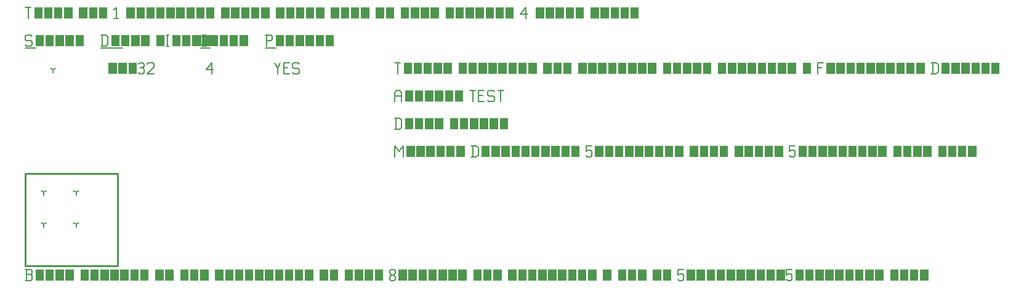
<source format=gbr>
G04 start of page 8 for group -1 layer_idx 268435461 *
G04 Title: thermals vs. multiple layer polygons, <virtual group> *
G04 Creator: <version>
G04 CreationDate: <date>
G04 For: TEST *
G04 Format: Gerber/RS-274X *
G04 PCB-Dimensions: 50000 50000 *
G04 PCB-Coordinate-Origin: lower left *
%MOIN*%
%FSLAX25Y25*%
%LNLOGICAL_VIRTUAL_FAB_NONE*%
%ADD26C,0.0100*%
%ADD25C,0.0001*%
%ADD24C,0.0060*%
%ADD23C,0.0080*%
G54D23*X10000Y40000D02*Y38400D01*
Y40000D02*X11387Y40800D01*
X10000Y40000D02*X8613Y40800D01*
X27500Y40000D02*Y38400D01*
Y40000D02*X28887Y40800D01*
X27500Y40000D02*X26113Y40800D01*
X10000Y22500D02*Y20900D01*
Y22500D02*X11387Y23300D01*
X10000Y22500D02*X8613Y23300D01*
X27500Y22500D02*Y20900D01*
Y22500D02*X28887Y23300D01*
X27500Y22500D02*X26113Y23300D01*
X15000Y106250D02*Y104650D01*
Y106250D02*X16387Y107050D01*
X15000Y106250D02*X13613Y107050D01*
G54D24*X135000Y110000D02*X136500Y107000D01*
X138000Y110000D01*
X136500Y107000D02*Y104000D01*
X139800Y107300D02*X142050D01*
X139800Y104000D02*X142800D01*
X139800Y110000D02*Y104000D01*
Y110000D02*X142800D01*
X147600D02*X148350Y109250D01*
X145350Y110000D02*X147600D01*
X144600Y109250D02*X145350Y110000D01*
X144600Y109250D02*Y107750D01*
X145350Y107000D01*
X147600D01*
X148350Y106250D01*
Y104750D01*
X147600Y104000D02*X148350Y104750D01*
X145350Y104000D02*X147600D01*
X144600Y104750D02*X145350Y104000D01*
X98000Y106250D02*X101000Y110000D01*
X98000Y106250D02*X101750D01*
X101000Y110000D02*Y104000D01*
G54D25*G36*
X45000Y110000D02*X49500D01*
Y104000D01*
X45000D01*
Y110000D01*
G37*
G36*
X50400D02*X54900D01*
Y104000D01*
X50400D01*
Y110000D01*
G37*
G36*
X55800D02*X60300D01*
Y104000D01*
X55800D01*
Y110000D01*
G37*
G54D24*X61200Y109250D02*X61950Y110000D01*
X63450D01*
X64200Y109250D01*
X63450Y104000D02*X64200Y104750D01*
X61950Y104000D02*X63450D01*
X61200Y104750D02*X61950Y104000D01*
Y107300D02*X63450D01*
X64200Y109250D02*Y108050D01*
Y106550D02*Y104750D01*
Y106550D02*X63450Y107300D01*
X64200Y108050D02*X63450Y107300D01*
X66000Y109250D02*X66750Y110000D01*
X69000D01*
X69750Y109250D01*
Y107750D01*
X66000Y104000D02*X69750Y107750D01*
X66000Y104000D02*X69750D01*
X3000Y125000D02*X3750Y124250D01*
X750Y125000D02*X3000D01*
X0Y124250D02*X750Y125000D01*
X0Y124250D02*Y122750D01*
X750Y122000D01*
X3000D01*
X3750Y121250D01*
Y119750D01*
X3000Y119000D02*X3750Y119750D01*
X750Y119000D02*X3000D01*
X0Y119750D02*X750Y119000D01*
G54D25*G36*
X5550Y125000D02*X10050D01*
Y119000D01*
X5550D01*
Y125000D01*
G37*
G36*
X10950D02*X15450D01*
Y119000D01*
X10950D01*
Y125000D01*
G37*
G36*
X16350D02*X20850D01*
Y119000D01*
X16350D01*
Y125000D01*
G37*
G36*
X21750D02*X26250D01*
Y119000D01*
X21750D01*
Y125000D01*
G37*
G36*
X27150D02*X31650D01*
Y119000D01*
X27150D01*
Y125000D01*
G37*
G54D24*X0Y118000D02*X5550D01*
X41750Y125000D02*Y119000D01*
X43700Y125000D02*X44750Y123950D01*
Y120050D01*
X43700Y119000D02*X44750Y120050D01*
X41000Y119000D02*X43700D01*
X41000Y125000D02*X43700D01*
G54D25*G36*
X46550D02*X51050D01*
Y119000D01*
X46550D01*
Y125000D01*
G37*
G36*
X51950D02*X56450D01*
Y119000D01*
X51950D01*
Y125000D01*
G37*
G36*
X57350D02*X61850D01*
Y119000D01*
X57350D01*
Y125000D01*
G37*
G36*
X62750D02*X67250D01*
Y119000D01*
X62750D01*
Y125000D01*
G37*
G36*
X70850D02*X75350D01*
Y119000D01*
X70850D01*
Y125000D01*
G37*
G54D24*X76250D02*X77750D01*
X77000D02*Y119000D01*
X76250D02*X77750D01*
G54D25*G36*
X79550Y125000D02*X84050D01*
Y119000D01*
X79550D01*
Y125000D01*
G37*
G36*
X84950D02*X89450D01*
Y119000D01*
X84950D01*
Y125000D01*
G37*
G36*
X90350D02*X94850D01*
Y119000D01*
X90350D01*
Y125000D01*
G37*
G36*
X95750D02*X100250D01*
Y119000D01*
X95750D01*
Y125000D01*
G37*
G54D24*X41000Y118000D02*X52550D01*
X96050Y119000D02*X98000D01*
X95000Y120050D02*X96050Y119000D01*
X95000Y123950D02*Y120050D01*
Y123950D02*X96050Y125000D01*
X98000D01*
G54D25*G36*
X99800D02*X104300D01*
Y119000D01*
X99800D01*
Y125000D01*
G37*
G36*
X105200D02*X109700D01*
Y119000D01*
X105200D01*
Y125000D01*
G37*
G36*
X110600D02*X115100D01*
Y119000D01*
X110600D01*
Y125000D01*
G37*
G36*
X116000D02*X120500D01*
Y119000D01*
X116000D01*
Y125000D01*
G37*
G54D24*X95000Y118000D02*X99800D01*
X130750Y125000D02*Y119000D01*
X130000Y125000D02*X133000D01*
X133750Y124250D01*
Y122750D01*
X133000Y122000D02*X133750Y122750D01*
X130750Y122000D02*X133000D01*
G54D25*G36*
X135550Y125000D02*X140050D01*
Y119000D01*
X135550D01*
Y125000D01*
G37*
G36*
X140950D02*X145450D01*
Y119000D01*
X140950D01*
Y125000D01*
G37*
G36*
X146350D02*X150850D01*
Y119000D01*
X146350D01*
Y125000D01*
G37*
G36*
X151750D02*X156250D01*
Y119000D01*
X151750D01*
Y125000D01*
G37*
G36*
X157150D02*X161650D01*
Y119000D01*
X157150D01*
Y125000D01*
G37*
G36*
X162550D02*X167050D01*
Y119000D01*
X162550D01*
Y125000D01*
G37*
G54D24*X130000Y118000D02*X135550D01*
X0Y140000D02*X3000D01*
X1500D02*Y134000D01*
G54D25*G36*
X4800Y140000D02*X9300D01*
Y134000D01*
X4800D01*
Y140000D01*
G37*
G36*
X10200D02*X14700D01*
Y134000D01*
X10200D01*
Y140000D01*
G37*
G36*
X15600D02*X20100D01*
Y134000D01*
X15600D01*
Y140000D01*
G37*
G36*
X21000D02*X25500D01*
Y134000D01*
X21000D01*
Y140000D01*
G37*
G36*
X29100D02*X33600D01*
Y134000D01*
X29100D01*
Y140000D01*
G37*
G36*
X34500D02*X39000D01*
Y134000D01*
X34500D01*
Y140000D01*
G37*
G36*
X39900D02*X44400D01*
Y134000D01*
X39900D01*
Y140000D01*
G37*
G54D24*X48000Y138800D02*X49200Y140000D01*
Y134000D01*
X48000D02*X50250D01*
G54D25*G36*
X54750Y140000D02*X59250D01*
Y134000D01*
X54750D01*
Y140000D01*
G37*
G36*
X60150D02*X64650D01*
Y134000D01*
X60150D01*
Y140000D01*
G37*
G36*
X65550D02*X70050D01*
Y134000D01*
X65550D01*
Y140000D01*
G37*
G36*
X70950D02*X75450D01*
Y134000D01*
X70950D01*
Y140000D01*
G37*
G36*
X76350D02*X80850D01*
Y134000D01*
X76350D01*
Y140000D01*
G37*
G36*
X81750D02*X86250D01*
Y134000D01*
X81750D01*
Y140000D01*
G37*
G36*
X87150D02*X91650D01*
Y134000D01*
X87150D01*
Y140000D01*
G37*
G36*
X92550D02*X97050D01*
Y134000D01*
X92550D01*
Y140000D01*
G37*
G36*
X97950D02*X102450D01*
Y134000D01*
X97950D01*
Y140000D01*
G37*
G36*
X106050D02*X110550D01*
Y134000D01*
X106050D01*
Y140000D01*
G37*
G36*
X111450D02*X115950D01*
Y134000D01*
X111450D01*
Y140000D01*
G37*
G36*
X116850D02*X121350D01*
Y134000D01*
X116850D01*
Y140000D01*
G37*
G36*
X122250D02*X126750D01*
Y134000D01*
X122250D01*
Y140000D01*
G37*
G36*
X127650D02*X132150D01*
Y134000D01*
X127650D01*
Y140000D01*
G37*
G36*
X135750D02*X140250D01*
Y134000D01*
X135750D01*
Y140000D01*
G37*
G36*
X141150D02*X145650D01*
Y134000D01*
X141150D01*
Y140000D01*
G37*
G36*
X146550D02*X151050D01*
Y134000D01*
X146550D01*
Y140000D01*
G37*
G36*
X151950D02*X156450D01*
Y134000D01*
X151950D01*
Y140000D01*
G37*
G36*
X157350D02*X161850D01*
Y134000D01*
X157350D01*
Y140000D01*
G37*
G36*
X165450D02*X169950D01*
Y134000D01*
X165450D01*
Y140000D01*
G37*
G36*
X170850D02*X175350D01*
Y134000D01*
X170850D01*
Y140000D01*
G37*
G36*
X176250D02*X180750D01*
Y134000D01*
X176250D01*
Y140000D01*
G37*
G36*
X181650D02*X186150D01*
Y134000D01*
X181650D01*
Y140000D01*
G37*
G36*
X189750D02*X194250D01*
Y134000D01*
X189750D01*
Y140000D01*
G37*
G36*
X195150D02*X199650D01*
Y134000D01*
X195150D01*
Y140000D01*
G37*
G36*
X203250D02*X207750D01*
Y134000D01*
X203250D01*
Y140000D01*
G37*
G36*
X208650D02*X213150D01*
Y134000D01*
X208650D01*
Y140000D01*
G37*
G36*
X214050D02*X218550D01*
Y134000D01*
X214050D01*
Y140000D01*
G37*
G36*
X219450D02*X223950D01*
Y134000D01*
X219450D01*
Y140000D01*
G37*
G36*
X227550D02*X232050D01*
Y134000D01*
X227550D01*
Y140000D01*
G37*
G36*
X232950D02*X237450D01*
Y134000D01*
X232950D01*
Y140000D01*
G37*
G36*
X238350D02*X242850D01*
Y134000D01*
X238350D01*
Y140000D01*
G37*
G36*
X243750D02*X248250D01*
Y134000D01*
X243750D01*
Y140000D01*
G37*
G36*
X249150D02*X253650D01*
Y134000D01*
X249150D01*
Y140000D01*
G37*
G36*
X254550D02*X259050D01*
Y134000D01*
X254550D01*
Y140000D01*
G37*
G36*
X259950D02*X264450D01*
Y134000D01*
X259950D01*
Y140000D01*
G37*
G54D24*X268050Y136250D02*X271050Y140000D01*
X268050Y136250D02*X271800D01*
X271050Y140000D02*Y134000D01*
G54D25*G36*
X276300Y140000D02*X280800D01*
Y134000D01*
X276300D01*
Y140000D01*
G37*
G36*
X281700D02*X286200D01*
Y134000D01*
X281700D01*
Y140000D01*
G37*
G36*
X287100D02*X291600D01*
Y134000D01*
X287100D01*
Y140000D01*
G37*
G36*
X292500D02*X297000D01*
Y134000D01*
X292500D01*
Y140000D01*
G37*
G36*
X297900D02*X302400D01*
Y134000D01*
X297900D01*
Y140000D01*
G37*
G36*
X306000D02*X310500D01*
Y134000D01*
X306000D01*
Y140000D01*
G37*
G36*
X311400D02*X315900D01*
Y134000D01*
X311400D01*
Y140000D01*
G37*
G36*
X316800D02*X321300D01*
Y134000D01*
X316800D01*
Y140000D01*
G37*
G36*
X322200D02*X326700D01*
Y134000D01*
X322200D01*
Y140000D01*
G37*
G36*
X327600D02*X332100D01*
Y134000D01*
X327600D01*
Y140000D01*
G37*
G54D26*X0Y50000D02*X50000D01*
X0D02*Y0D01*
X50000Y50000D02*Y0D01*
X0D02*X50000D01*
G54D24*X200000Y65000D02*Y59000D01*
Y65000D02*X202250Y62000D01*
X204500Y65000D01*
Y59000D01*
G54D25*G36*
X206300Y65000D02*X210800D01*
Y59000D01*
X206300D01*
Y65000D01*
G37*
G36*
X211700D02*X216200D01*
Y59000D01*
X211700D01*
Y65000D01*
G37*
G36*
X217100D02*X221600D01*
Y59000D01*
X217100D01*
Y65000D01*
G37*
G36*
X222500D02*X227000D01*
Y59000D01*
X222500D01*
Y65000D01*
G37*
G36*
X227900D02*X232400D01*
Y59000D01*
X227900D01*
Y65000D01*
G37*
G36*
X233300D02*X237800D01*
Y59000D01*
X233300D01*
Y65000D01*
G37*
G54D24*X242150D02*Y59000D01*
X244100Y65000D02*X245150Y63950D01*
Y60050D01*
X244100Y59000D02*X245150Y60050D01*
X241400Y59000D02*X244100D01*
X241400Y65000D02*X244100D01*
G54D25*G36*
X246950D02*X251450D01*
Y59000D01*
X246950D01*
Y65000D01*
G37*
G36*
X252350D02*X256850D01*
Y59000D01*
X252350D01*
Y65000D01*
G37*
G36*
X257750D02*X262250D01*
Y59000D01*
X257750D01*
Y65000D01*
G37*
G36*
X263150D02*X267650D01*
Y59000D01*
X263150D01*
Y65000D01*
G37*
G36*
X268550D02*X273050D01*
Y59000D01*
X268550D01*
Y65000D01*
G37*
G36*
X273950D02*X278450D01*
Y59000D01*
X273950D01*
Y65000D01*
G37*
G36*
X279350D02*X283850D01*
Y59000D01*
X279350D01*
Y65000D01*
G37*
G36*
X284750D02*X289250D01*
Y59000D01*
X284750D01*
Y65000D01*
G37*
G36*
X290150D02*X294650D01*
Y59000D01*
X290150D01*
Y65000D01*
G37*
G36*
X295550D02*X300050D01*
Y59000D01*
X295550D01*
Y65000D01*
G37*
G54D24*X303650D02*X306650D01*
X303650D02*Y62000D01*
X304400Y62750D01*
X305900D01*
X306650Y62000D01*
Y59750D01*
X305900Y59000D02*X306650Y59750D01*
X304400Y59000D02*X305900D01*
X303650Y59750D02*X304400Y59000D01*
G54D25*G36*
X308450Y65000D02*X312950D01*
Y59000D01*
X308450D01*
Y65000D01*
G37*
G36*
X313850D02*X318350D01*
Y59000D01*
X313850D01*
Y65000D01*
G37*
G36*
X319250D02*X323750D01*
Y59000D01*
X319250D01*
Y65000D01*
G37*
G36*
X324650D02*X329150D01*
Y59000D01*
X324650D01*
Y65000D01*
G37*
G36*
X330050D02*X334550D01*
Y59000D01*
X330050D01*
Y65000D01*
G37*
G36*
X335450D02*X339950D01*
Y59000D01*
X335450D01*
Y65000D01*
G37*
G36*
X340850D02*X345350D01*
Y59000D01*
X340850D01*
Y65000D01*
G37*
G36*
X346250D02*X350750D01*
Y59000D01*
X346250D01*
Y65000D01*
G37*
G36*
X351650D02*X356150D01*
Y59000D01*
X351650D01*
Y65000D01*
G37*
G36*
X359750D02*X364250D01*
Y59000D01*
X359750D01*
Y65000D01*
G37*
G36*
X365150D02*X369650D01*
Y59000D01*
X365150D01*
Y65000D01*
G37*
G36*
X370550D02*X375050D01*
Y59000D01*
X370550D01*
Y65000D01*
G37*
G36*
X375950D02*X380450D01*
Y59000D01*
X375950D01*
Y65000D01*
G37*
G36*
X384050D02*X388550D01*
Y59000D01*
X384050D01*
Y65000D01*
G37*
G36*
X389450D02*X393950D01*
Y59000D01*
X389450D01*
Y65000D01*
G37*
G36*
X394850D02*X399350D01*
Y59000D01*
X394850D01*
Y65000D01*
G37*
G36*
X400250D02*X404750D01*
Y59000D01*
X400250D01*
Y65000D01*
G37*
G36*
X405650D02*X410150D01*
Y59000D01*
X405650D01*
Y65000D01*
G37*
G54D24*X413750D02*X416750D01*
X413750D02*Y62000D01*
X414500Y62750D01*
X416000D01*
X416750Y62000D01*
Y59750D01*
X416000Y59000D02*X416750Y59750D01*
X414500Y59000D02*X416000D01*
X413750Y59750D02*X414500Y59000D01*
G54D25*G36*
X418550Y65000D02*X423050D01*
Y59000D01*
X418550D01*
Y65000D01*
G37*
G36*
X423950D02*X428450D01*
Y59000D01*
X423950D01*
Y65000D01*
G37*
G36*
X429350D02*X433850D01*
Y59000D01*
X429350D01*
Y65000D01*
G37*
G36*
X434750D02*X439250D01*
Y59000D01*
X434750D01*
Y65000D01*
G37*
G36*
X440150D02*X444650D01*
Y59000D01*
X440150D01*
Y65000D01*
G37*
G36*
X445550D02*X450050D01*
Y59000D01*
X445550D01*
Y65000D01*
G37*
G36*
X450950D02*X455450D01*
Y59000D01*
X450950D01*
Y65000D01*
G37*
G36*
X456350D02*X460850D01*
Y59000D01*
X456350D01*
Y65000D01*
G37*
G36*
X461750D02*X466250D01*
Y59000D01*
X461750D01*
Y65000D01*
G37*
G36*
X469850D02*X474350D01*
Y59000D01*
X469850D01*
Y65000D01*
G37*
G36*
X475250D02*X479750D01*
Y59000D01*
X475250D01*
Y65000D01*
G37*
G36*
X480650D02*X485150D01*
Y59000D01*
X480650D01*
Y65000D01*
G37*
G36*
X486050D02*X490550D01*
Y59000D01*
X486050D01*
Y65000D01*
G37*
G36*
X494150D02*X498650D01*
Y59000D01*
X494150D01*
Y65000D01*
G37*
G36*
X499550D02*X504050D01*
Y59000D01*
X499550D01*
Y65000D01*
G37*
G36*
X504950D02*X509450D01*
Y59000D01*
X504950D01*
Y65000D01*
G37*
G36*
X510350D02*X514850D01*
Y59000D01*
X510350D01*
Y65000D01*
G37*
G54D24*X0Y-8000D02*X3000D01*
X3750Y-7250D01*
Y-5450D02*Y-7250D01*
X3000Y-4700D02*X3750Y-5450D01*
X750Y-4700D02*X3000D01*
X750Y-2000D02*Y-8000D01*
X0Y-2000D02*X3000D01*
X3750Y-2750D01*
Y-3950D01*
X3000Y-4700D02*X3750Y-3950D01*
G54D25*G36*
X5550Y-2000D02*X10050D01*
Y-8000D01*
X5550D01*
Y-2000D01*
G37*
G36*
X10950D02*X15450D01*
Y-8000D01*
X10950D01*
Y-2000D01*
G37*
G36*
X16350D02*X20850D01*
Y-8000D01*
X16350D01*
Y-2000D01*
G37*
G36*
X21750D02*X26250D01*
Y-8000D01*
X21750D01*
Y-2000D01*
G37*
G36*
X29850D02*X34350D01*
Y-8000D01*
X29850D01*
Y-2000D01*
G37*
G36*
X35250D02*X39750D01*
Y-8000D01*
X35250D01*
Y-2000D01*
G37*
G36*
X40650D02*X45150D01*
Y-8000D01*
X40650D01*
Y-2000D01*
G37*
G36*
X46050D02*X50550D01*
Y-8000D01*
X46050D01*
Y-2000D01*
G37*
G36*
X51450D02*X55950D01*
Y-8000D01*
X51450D01*
Y-2000D01*
G37*
G36*
X56850D02*X61350D01*
Y-8000D01*
X56850D01*
Y-2000D01*
G37*
G36*
X62250D02*X66750D01*
Y-8000D01*
X62250D01*
Y-2000D01*
G37*
G36*
X70350D02*X74850D01*
Y-8000D01*
X70350D01*
Y-2000D01*
G37*
G36*
X75750D02*X80250D01*
Y-8000D01*
X75750D01*
Y-2000D01*
G37*
G36*
X83850D02*X88350D01*
Y-8000D01*
X83850D01*
Y-2000D01*
G37*
G36*
X89250D02*X93750D01*
Y-8000D01*
X89250D01*
Y-2000D01*
G37*
G36*
X94650D02*X99150D01*
Y-8000D01*
X94650D01*
Y-2000D01*
G37*
G36*
X102750D02*X107250D01*
Y-8000D01*
X102750D01*
Y-2000D01*
G37*
G36*
X108150D02*X112650D01*
Y-8000D01*
X108150D01*
Y-2000D01*
G37*
G36*
X113550D02*X118050D01*
Y-8000D01*
X113550D01*
Y-2000D01*
G37*
G36*
X118950D02*X123450D01*
Y-8000D01*
X118950D01*
Y-2000D01*
G37*
G36*
X124350D02*X128850D01*
Y-8000D01*
X124350D01*
Y-2000D01*
G37*
G36*
X129750D02*X134250D01*
Y-8000D01*
X129750D01*
Y-2000D01*
G37*
G36*
X135150D02*X139650D01*
Y-8000D01*
X135150D01*
Y-2000D01*
G37*
G36*
X140550D02*X145050D01*
Y-8000D01*
X140550D01*
Y-2000D01*
G37*
G36*
X145950D02*X150450D01*
Y-8000D01*
X145950D01*
Y-2000D01*
G37*
G36*
X151350D02*X155850D01*
Y-8000D01*
X151350D01*
Y-2000D01*
G37*
G36*
X159450D02*X163950D01*
Y-8000D01*
X159450D01*
Y-2000D01*
G37*
G36*
X164850D02*X169350D01*
Y-8000D01*
X164850D01*
Y-2000D01*
G37*
G36*
X172950D02*X177450D01*
Y-8000D01*
X172950D01*
Y-2000D01*
G37*
G36*
X178350D02*X182850D01*
Y-8000D01*
X178350D01*
Y-2000D01*
G37*
G36*
X183750D02*X188250D01*
Y-8000D01*
X183750D01*
Y-2000D01*
G37*
G36*
X189150D02*X193650D01*
Y-8000D01*
X189150D01*
Y-2000D01*
G37*
G54D24*X197250Y-7250D02*X198000Y-8000D01*
X197250Y-6050D02*Y-7250D01*
Y-6050D02*X198300Y-5000D01*
X199200D01*
X200250Y-6050D01*
Y-7250D01*
X199500Y-8000D02*X200250Y-7250D01*
X198000Y-8000D02*X199500D01*
X197250Y-3950D02*X198300Y-5000D01*
X197250Y-2750D02*Y-3950D01*
Y-2750D02*X198000Y-2000D01*
X199500D01*
X200250Y-2750D01*
Y-3950D01*
X199200Y-5000D02*X200250Y-3950D01*
G54D25*G36*
X202050Y-2000D02*X206550D01*
Y-8000D01*
X202050D01*
Y-2000D01*
G37*
G36*
X207450D02*X211950D01*
Y-8000D01*
X207450D01*
Y-2000D01*
G37*
G36*
X212850D02*X217350D01*
Y-8000D01*
X212850D01*
Y-2000D01*
G37*
G36*
X218250D02*X222750D01*
Y-8000D01*
X218250D01*
Y-2000D01*
G37*
G36*
X223650D02*X228150D01*
Y-8000D01*
X223650D01*
Y-2000D01*
G37*
G36*
X229050D02*X233550D01*
Y-8000D01*
X229050D01*
Y-2000D01*
G37*
G36*
X234450D02*X238950D01*
Y-8000D01*
X234450D01*
Y-2000D01*
G37*
G36*
X242550D02*X247050D01*
Y-8000D01*
X242550D01*
Y-2000D01*
G37*
G36*
X247950D02*X252450D01*
Y-8000D01*
X247950D01*
Y-2000D01*
G37*
G36*
X253350D02*X257850D01*
Y-8000D01*
X253350D01*
Y-2000D01*
G37*
G36*
X261450D02*X265950D01*
Y-8000D01*
X261450D01*
Y-2000D01*
G37*
G36*
X266850D02*X271350D01*
Y-8000D01*
X266850D01*
Y-2000D01*
G37*
G36*
X272250D02*X276750D01*
Y-8000D01*
X272250D01*
Y-2000D01*
G37*
G36*
X277650D02*X282150D01*
Y-8000D01*
X277650D01*
Y-2000D01*
G37*
G36*
X283050D02*X287550D01*
Y-8000D01*
X283050D01*
Y-2000D01*
G37*
G36*
X288450D02*X292950D01*
Y-8000D01*
X288450D01*
Y-2000D01*
G37*
G36*
X293850D02*X298350D01*
Y-8000D01*
X293850D01*
Y-2000D01*
G37*
G36*
X299250D02*X303750D01*
Y-8000D01*
X299250D01*
Y-2000D01*
G37*
G36*
X304650D02*X309150D01*
Y-8000D01*
X304650D01*
Y-2000D01*
G37*
G36*
X312750D02*X317250D01*
Y-8000D01*
X312750D01*
Y-2000D01*
G37*
G36*
X320850D02*X325350D01*
Y-8000D01*
X320850D01*
Y-2000D01*
G37*
G36*
X326250D02*X330750D01*
Y-8000D01*
X326250D01*
Y-2000D01*
G37*
G36*
X331650D02*X336150D01*
Y-8000D01*
X331650D01*
Y-2000D01*
G37*
G36*
X339750D02*X344250D01*
Y-8000D01*
X339750D01*
Y-2000D01*
G37*
G36*
X345150D02*X349650D01*
Y-8000D01*
X345150D01*
Y-2000D01*
G37*
G54D24*X353250D02*X356250D01*
X353250D02*Y-5000D01*
X354000Y-4250D01*
X355500D01*
X356250Y-5000D01*
Y-7250D01*
X355500Y-8000D02*X356250Y-7250D01*
X354000Y-8000D02*X355500D01*
X353250Y-7250D02*X354000Y-8000D01*
G54D25*G36*
X358050Y-2000D02*X362550D01*
Y-8000D01*
X358050D01*
Y-2000D01*
G37*
G36*
X363450D02*X367950D01*
Y-8000D01*
X363450D01*
Y-2000D01*
G37*
G36*
X368850D02*X373350D01*
Y-8000D01*
X368850D01*
Y-2000D01*
G37*
G36*
X374250D02*X378750D01*
Y-8000D01*
X374250D01*
Y-2000D01*
G37*
G36*
X379650D02*X384150D01*
Y-8000D01*
X379650D01*
Y-2000D01*
G37*
G36*
X385050D02*X389550D01*
Y-8000D01*
X385050D01*
Y-2000D01*
G37*
G36*
X390450D02*X394950D01*
Y-8000D01*
X390450D01*
Y-2000D01*
G37*
G36*
X395850D02*X400350D01*
Y-8000D01*
X395850D01*
Y-2000D01*
G37*
G36*
X401250D02*X405750D01*
Y-8000D01*
X401250D01*
Y-2000D01*
G37*
G36*
X406650D02*X411150D01*
Y-8000D01*
X406650D01*
Y-2000D01*
G37*
G54D24*X412050D02*X415050D01*
X412050D02*Y-5000D01*
X412800Y-4250D01*
X414300D01*
X415050Y-5000D01*
Y-7250D01*
X414300Y-8000D02*X415050Y-7250D01*
X412800Y-8000D02*X414300D01*
X412050Y-7250D02*X412800Y-8000D01*
G54D25*G36*
X416850Y-2000D02*X421350D01*
Y-8000D01*
X416850D01*
Y-2000D01*
G37*
G36*
X422250D02*X426750D01*
Y-8000D01*
X422250D01*
Y-2000D01*
G37*
G36*
X427650D02*X432150D01*
Y-8000D01*
X427650D01*
Y-2000D01*
G37*
G36*
X433050D02*X437550D01*
Y-8000D01*
X433050D01*
Y-2000D01*
G37*
G36*
X438450D02*X442950D01*
Y-8000D01*
X438450D01*
Y-2000D01*
G37*
G36*
X443850D02*X448350D01*
Y-8000D01*
X443850D01*
Y-2000D01*
G37*
G36*
X449250D02*X453750D01*
Y-8000D01*
X449250D01*
Y-2000D01*
G37*
G36*
X454650D02*X459150D01*
Y-8000D01*
X454650D01*
Y-2000D01*
G37*
G36*
X460050D02*X464550D01*
Y-8000D01*
X460050D01*
Y-2000D01*
G37*
G36*
X468150D02*X472650D01*
Y-8000D01*
X468150D01*
Y-2000D01*
G37*
G36*
X473550D02*X478050D01*
Y-8000D01*
X473550D01*
Y-2000D01*
G37*
G36*
X478950D02*X483450D01*
Y-8000D01*
X478950D01*
Y-2000D01*
G37*
G36*
X484350D02*X488850D01*
Y-8000D01*
X484350D01*
Y-2000D01*
G37*
G54D24*X200750Y80000D02*Y74000D01*
X202700Y80000D02*X203750Y78950D01*
Y75050D01*
X202700Y74000D02*X203750Y75050D01*
X200000Y74000D02*X202700D01*
X200000Y80000D02*X202700D01*
G54D25*G36*
X205550D02*X210050D01*
Y74000D01*
X205550D01*
Y80000D01*
G37*
G36*
X210950D02*X215450D01*
Y74000D01*
X210950D01*
Y80000D01*
G37*
G36*
X216350D02*X220850D01*
Y74000D01*
X216350D01*
Y80000D01*
G37*
G36*
X221750D02*X226250D01*
Y74000D01*
X221750D01*
Y80000D01*
G37*
G36*
X229850D02*X234350D01*
Y74000D01*
X229850D01*
Y80000D01*
G37*
G36*
X235250D02*X239750D01*
Y74000D01*
X235250D01*
Y80000D01*
G37*
G36*
X240650D02*X245150D01*
Y74000D01*
X240650D01*
Y80000D01*
G37*
G36*
X246050D02*X250550D01*
Y74000D01*
X246050D01*
Y80000D01*
G37*
G36*
X251450D02*X255950D01*
Y74000D01*
X251450D01*
Y80000D01*
G37*
G36*
X256850D02*X261350D01*
Y74000D01*
X256850D01*
Y80000D01*
G37*
G54D24*X200000Y93500D02*Y89000D01*
Y93500D02*X201050Y95000D01*
X202700D01*
X203750Y93500D01*
Y89000D01*
X200000Y92000D02*X203750D01*
G54D25*G36*
X205550Y95000D02*X210050D01*
Y89000D01*
X205550D01*
Y95000D01*
G37*
G36*
X210950D02*X215450D01*
Y89000D01*
X210950D01*
Y95000D01*
G37*
G36*
X216350D02*X220850D01*
Y89000D01*
X216350D01*
Y95000D01*
G37*
G36*
X221750D02*X226250D01*
Y89000D01*
X221750D01*
Y95000D01*
G37*
G36*
X227150D02*X231650D01*
Y89000D01*
X227150D01*
Y95000D01*
G37*
G36*
X232550D02*X237050D01*
Y89000D01*
X232550D01*
Y95000D01*
G37*
G54D24*X240650D02*X243650D01*
X242150D02*Y89000D01*
X245450Y92300D02*X247700D01*
X245450Y89000D02*X248450D01*
X245450Y95000D02*Y89000D01*
Y95000D02*X248450D01*
X253250D02*X254000Y94250D01*
X251000Y95000D02*X253250D01*
X250250Y94250D02*X251000Y95000D01*
X250250Y94250D02*Y92750D01*
X251000Y92000D01*
X253250D01*
X254000Y91250D01*
Y89750D01*
X253250Y89000D02*X254000Y89750D01*
X251000Y89000D02*X253250D01*
X250250Y89750D02*X251000Y89000D01*
X255800Y95000D02*X258800D01*
X257300D02*Y89000D01*
X200000Y110000D02*X203000D01*
X201500D02*Y104000D01*
G54D25*G36*
X204800Y110000D02*X209300D01*
Y104000D01*
X204800D01*
Y110000D01*
G37*
G36*
X210200D02*X214700D01*
Y104000D01*
X210200D01*
Y110000D01*
G37*
G36*
X215600D02*X220100D01*
Y104000D01*
X215600D01*
Y110000D01*
G37*
G36*
X221000D02*X225500D01*
Y104000D01*
X221000D01*
Y110000D01*
G37*
G36*
X226400D02*X230900D01*
Y104000D01*
X226400D01*
Y110000D01*
G37*
G36*
X234500D02*X239000D01*
Y104000D01*
X234500D01*
Y110000D01*
G37*
G36*
X239900D02*X244400D01*
Y104000D01*
X239900D01*
Y110000D01*
G37*
G36*
X245300D02*X249800D01*
Y104000D01*
X245300D01*
Y110000D01*
G37*
G36*
X250700D02*X255200D01*
Y104000D01*
X250700D01*
Y110000D01*
G37*
G36*
X256100D02*X260600D01*
Y104000D01*
X256100D01*
Y110000D01*
G37*
G36*
X261500D02*X266000D01*
Y104000D01*
X261500D01*
Y110000D01*
G37*
G36*
X266900D02*X271400D01*
Y104000D01*
X266900D01*
Y110000D01*
G37*
G36*
X272300D02*X276800D01*
Y104000D01*
X272300D01*
Y110000D01*
G37*
G36*
X280400D02*X284900D01*
Y104000D01*
X280400D01*
Y110000D01*
G37*
G36*
X285800D02*X290300D01*
Y104000D01*
X285800D01*
Y110000D01*
G37*
G36*
X291200D02*X295700D01*
Y104000D01*
X291200D01*
Y110000D01*
G37*
G36*
X299300D02*X303800D01*
Y104000D01*
X299300D01*
Y110000D01*
G37*
G36*
X304700D02*X309200D01*
Y104000D01*
X304700D01*
Y110000D01*
G37*
G36*
X310100D02*X314600D01*
Y104000D01*
X310100D01*
Y110000D01*
G37*
G36*
X315500D02*X320000D01*
Y104000D01*
X315500D01*
Y110000D01*
G37*
G36*
X320900D02*X325400D01*
Y104000D01*
X320900D01*
Y110000D01*
G37*
G36*
X326300D02*X330800D01*
Y104000D01*
X326300D01*
Y110000D01*
G37*
G36*
X331700D02*X336200D01*
Y104000D01*
X331700D01*
Y110000D01*
G37*
G36*
X337100D02*X341600D01*
Y104000D01*
X337100D01*
Y110000D01*
G37*
G36*
X345200D02*X349700D01*
Y104000D01*
X345200D01*
Y110000D01*
G37*
G36*
X350600D02*X355100D01*
Y104000D01*
X350600D01*
Y110000D01*
G37*
G36*
X356000D02*X360500D01*
Y104000D01*
X356000D01*
Y110000D01*
G37*
G36*
X361400D02*X365900D01*
Y104000D01*
X361400D01*
Y110000D01*
G37*
G36*
X366800D02*X371300D01*
Y104000D01*
X366800D01*
Y110000D01*
G37*
G36*
X374900D02*X379400D01*
Y104000D01*
X374900D01*
Y110000D01*
G37*
G36*
X380300D02*X384800D01*
Y104000D01*
X380300D01*
Y110000D01*
G37*
G36*
X385700D02*X390200D01*
Y104000D01*
X385700D01*
Y110000D01*
G37*
G36*
X391100D02*X395600D01*
Y104000D01*
X391100D01*
Y110000D01*
G37*
G36*
X396500D02*X401000D01*
Y104000D01*
X396500D01*
Y110000D01*
G37*
G36*
X401900D02*X406400D01*
Y104000D01*
X401900D01*
Y110000D01*
G37*
G36*
X407300D02*X411800D01*
Y104000D01*
X407300D01*
Y110000D01*
G37*
G36*
X412700D02*X417200D01*
Y104000D01*
X412700D01*
Y110000D01*
G37*
G36*
X420800D02*X425300D01*
Y104000D01*
X420800D01*
Y110000D01*
G37*
G54D24*X428900D02*Y104000D01*
Y110000D02*X431900D01*
X428900Y107300D02*X431150D01*
G54D25*G36*
X433700Y110000D02*X438200D01*
Y104000D01*
X433700D01*
Y110000D01*
G37*
G36*
X439100D02*X443600D01*
Y104000D01*
X439100D01*
Y110000D01*
G37*
G36*
X444500D02*X449000D01*
Y104000D01*
X444500D01*
Y110000D01*
G37*
G36*
X449900D02*X454400D01*
Y104000D01*
X449900D01*
Y110000D01*
G37*
G36*
X455300D02*X459800D01*
Y104000D01*
X455300D01*
Y110000D01*
G37*
G36*
X460700D02*X465200D01*
Y104000D01*
X460700D01*
Y110000D01*
G37*
G36*
X466100D02*X470600D01*
Y104000D01*
X466100D01*
Y110000D01*
G37*
G36*
X471500D02*X476000D01*
Y104000D01*
X471500D01*
Y110000D01*
G37*
G36*
X476900D02*X481400D01*
Y104000D01*
X476900D01*
Y110000D01*
G37*
G36*
X482300D02*X486800D01*
Y104000D01*
X482300D01*
Y110000D01*
G37*
G54D24*X491150D02*Y104000D01*
X493100Y110000D02*X494150Y108950D01*
Y105050D01*
X493100Y104000D02*X494150Y105050D01*
X490400Y104000D02*X493100D01*
X490400Y110000D02*X493100D01*
G54D25*G36*
X495950D02*X500450D01*
Y104000D01*
X495950D01*
Y110000D01*
G37*
G36*
X501350D02*X505850D01*
Y104000D01*
X501350D01*
Y110000D01*
G37*
G36*
X506750D02*X511250D01*
Y104000D01*
X506750D01*
Y110000D01*
G37*
G36*
X512150D02*X516650D01*
Y104000D01*
X512150D01*
Y110000D01*
G37*
G36*
X517550D02*X522050D01*
Y104000D01*
X517550D01*
Y110000D01*
G37*
G36*
X522950D02*X527450D01*
Y104000D01*
X522950D01*
Y110000D01*
G37*
M02*

</source>
